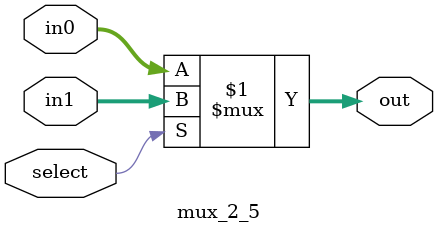
<source format=v>
module mux_2_5(out, select, in0, in1);
    output [4:0] out;
    input select;
    input [4:0] in0, in1;
    assign out = select ? in1 : in0;
endmodule

</source>
